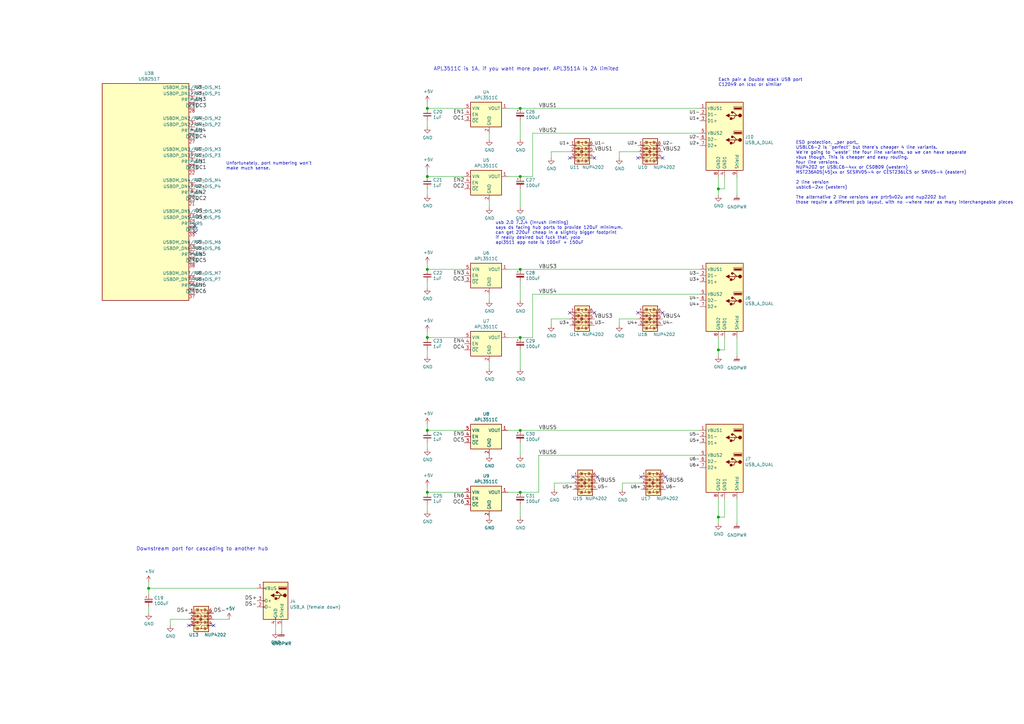
<source format=kicad_sch>
(kicad_sch (version 20210126) (generator eeschema)
  (paper "A3")
  (lib_symbols
    (symbol "Connector:USB_A"
      (property "Reference" "J" (at -5.08 11.43 0))
      (property "Value" "USB_A" (at -5.08 8.89 0))
      (symbol "USB_A_0_1"
        (circle (center -3.81 2.159) (radius 0.635) (stroke (width 0.254)) (fill (type outline)))
        (circle (center -0.635 3.429) (radius 0.381) (stroke (width 0.254)) (fill (type outline)))
        (rectangle (start -5.08 -7.62) (end 5.08 7.62) (stroke (width 0.254)) (fill (type background)))
        (rectangle (start -1.524 4.826) (end -4.318 5.334) (fill (type outline)))
        (rectangle (start -1.27 4.572) (end -4.572 5.842))
        (rectangle (start -0.127 -7.62) (end 0.127 -6.858))
        (rectangle (start 0.254 1.27) (end -0.508 0.508) (stroke (width 0.254)) (fill (type outline)))
        (rectangle (start 5.08 -2.667) (end 4.318 -2.413))
        (rectangle (start 5.08 -0.127) (end 4.318 0.127))
        (rectangle (start 5.08 4.953) (end 4.318 5.207))
        (polyline (pts (xy -3.175 2.159) (xy -2.54 2.159) (xy -1.27 3.429) (xy -0.635 3.429)) (stroke (width 0.254)))
        (polyline (pts (xy -2.54 2.159) (xy -1.905 2.159) (xy -1.27 0.889) (xy 0 0.889)) (stroke (width 0.254)))
        (polyline (pts (xy 0.635 2.794) (xy 0.635 1.524) (xy 1.905 2.159) (xy 0.635 2.794)) (stroke (width 0.254)) (fill (type outline)))
      )
      (symbol "USB_A_1_1"
        (polyline (pts (xy -1.905 2.159) (xy 0.635 2.159)) (stroke (width 0.254)))
        (pin power_in line (at 7.62 5.08 180) (length 2.54) (name "VBUS") (number "1"))
        (pin passive line (at 7.62 -2.54 180) (length 2.54) (name "D-") (number "2"))
        (pin passive line (at 7.62 0 180) (length 2.54) (name "D+") (number "3"))
        (pin power_in line (at 0 -10.16 90) (length 2.54) (name "GND") (number "4"))
        (pin passive line (at -2.54 -10.16 90) (length 2.54) (name "Shield") (number "5"))
      )
    )
    (symbol "Connector:USB_A_DUAL"
      (property "Reference" "J" (at -5.08 11.43 0))
      (property "Value" "USB_A_DUAL" (at -5.08 8.89 0))
      (symbol "USB_A_DUAL_0_1"
        (circle (center -3.81 -7.874) (radius 0.635) (stroke (width 0.254)) (fill (type outline)))
        (circle (center -3.81 2.159) (radius 0.635) (stroke (width 0.254)) (fill (type outline)))
        (circle (center -0.635 -6.604) (radius 0.381) (stroke (width 0.254)) (fill (type outline)))
        (circle (center -0.635 3.429) (radius 0.381) (stroke (width 0.254)) (fill (type outline)))
        (rectangle (start -5.08 7.62) (end 10.16 -20.32) (stroke (width 0.254)) (fill (type background)))
        (rectangle (start -1.524 -5.207) (end -4.318 -4.699) (fill (type outline)))
        (rectangle (start -1.524 4.826) (end -4.318 5.334) (fill (type outline)))
        (rectangle (start -1.27 -5.461) (end -4.572 -4.191))
        (rectangle (start -1.27 4.572) (end -4.572 5.842))
        (rectangle (start 0.254 -8.763) (end -0.508 -9.525) (stroke (width 0.254)) (fill (type outline)))
        (rectangle (start 0.254 1.27) (end -0.508 0.508) (stroke (width 0.254)) (fill (type outline)))
        (polyline (pts (xy -3.175 -7.874) (xy -2.54 -7.874) (xy -1.27 -6.604) (xy -0.635 -6.604)) (stroke (width 0.254)))
        (polyline (pts (xy -3.175 2.159) (xy -2.54 2.159) (xy -1.27 3.429) (xy -0.635 3.429)) (stroke (width 0.254)))
        (polyline (pts (xy -2.54 -7.874) (xy -1.905 -7.874) (xy -1.27 -9.144) (xy 0 -9.144)) (stroke (width 0.254)))
        (polyline (pts (xy -2.54 2.159) (xy -1.905 2.159) (xy -1.27 0.889) (xy 0 0.889)) (stroke (width 0.254)))
        (polyline (pts (xy 0.635 -7.239) (xy 0.635 -8.509) (xy 1.905 -7.874) (xy 0.635 -7.239)) (stroke (width 0.254)) (fill (type outline)))
        (polyline (pts (xy 0.635 2.794) (xy 0.635 1.524) (xy 1.905 2.159) (xy 0.635 2.794)) (stroke (width 0.254)) (fill (type outline)))
      )
      (symbol "USB_A_DUAL_1_1"
        (polyline (pts (xy -1.905 -7.874) (xy 0.635 -7.874)) (stroke (width 0.254)))
        (polyline (pts (xy -1.905 2.159) (xy 0.635 2.159)) (stroke (width 0.254)))
        (pin power_in line (at 12.7 5.08 180) (length 2.54) (name "VBUS1") (number "1"))
        (pin passive line (at 12.7 2.54 180) (length 2.54) (name "D1-") (number "2"))
        (pin passive line (at 12.7 0 180) (length 2.54) (name "D1+") (number "3"))
        (pin power_in line (at 2.54 -22.86 90) (length 2.54) (name "GND1") (number "4"))
        (pin power_in line (at 12.7 -5.08 180) (length 2.54) (name "VBUS2") (number "5"))
        (pin passive line (at 12.7 -7.62 180) (length 2.54) (name "D2-") (number "6"))
        (pin passive line (at 12.7 -10.16 180) (length 2.54) (name "D2+") (number "7"))
        (pin power_in line (at 5.08 -22.86 90) (length 2.54) (name "GND2") (number "8"))
        (pin passive line (at -2.54 -22.86 90) (length 2.54) (name "Shield") (number "9"))
      )
    )
    (symbol "Device:CP_Small" (pin_numbers hide) (pin_names (offset 0.254) hide)
      (property "Reference" "C" (at 0.254 1.778 0))
      (property "Value" "CP_Small" (at 0.254 -2.032 0))
      (symbol "CP_Small_0_1"
        (rectangle (start -1.524 -0.3048) (end 1.524 -0.6858) (fill (type outline)))
        (rectangle (start -1.524 0.6858) (end 1.524 0.3048))
        (polyline (pts (xy -1.27 1.524) (xy -0.762 1.524)))
        (polyline (pts (xy -1.016 1.27) (xy -1.016 1.778)))
      )
      (symbol "CP_Small_1_1"
        (pin passive line (at 0 2.54 270) (length 1.8542) (name "~") (number "1"))
        (pin passive line (at 0 -2.54 90) (length 1.8542) (name "~") (number "2"))
      )
    )
    (symbol "Device:C_Small" (pin_numbers hide) (pin_names (offset 0.254) hide)
      (property "Reference" "C" (at 0.254 1.778 0))
      (property "Value" "C_Small" (at 0.254 -2.032 0))
      (symbol "C_Small_0_1"
        (polyline (pts (xy -1.524 -0.508) (xy 1.524 -0.508)) (stroke (width 0.3302)))
        (polyline (pts (xy -1.524 0.508) (xy 1.524 0.508)) (stroke (width 0.3048)))
      )
      (symbol "C_Small_1_1"
        (pin passive line (at 0 2.54 270) (length 2.032) (name "~") (number "1"))
        (pin passive line (at 0 -2.54 90) (length 2.032) (name "~") (number "2"))
      )
    )
    (symbol "Interface_USB:USB2517" (pin_names (offset 0))
      (property "Reference" "U" (at -17.78 45.72 0))
      (property "Value" "USB2517" (at 17.78 45.72 0))
      (symbol "USB2517_1_1"
        (rectangle (start -20.32 35.56) (end 22.86 -38.1) (stroke (width 0.254)) (fill (type background)))
        (pin power_in line (at 5.08 38.1 270) (length 2.54) (name "VDDA33") (number "10"))
        (pin input line (at -22.86 -2.54 0) (length 2.54) (name "CFG_SEL2") (number "13"))
        (pin bidirectional line (at 25.4 7.62 180) (length 2.54) (name "~LED_B7") (number "14"))
        (pin bidirectional line (at 25.4 -17.78 180) (length 2.54) (name "~LED_A7~/PRT_SWP7") (number "15"))
        (pin bidirectional line (at 25.4 10.16 180) (length 2.54) (name "~LED_B6") (number "16"))
        (pin bidirectional line (at 25.4 -15.24 180) (length 2.54) (name "~LED_A6~/PRT_SWP6") (number "17"))
        (pin bidirectional line (at 25.4 12.7 180) (length 2.54) (name "~LED_B5") (number "18"))
        (pin input line (at 25.4 -33.02 180) (length 2.54) (name "TEST") (number "19"))
        (pin power_in line (at -5.08 38.1 270) (length 2.54) (name "VDD33CR") (number "24"))
        (pin power_in line (at 25.4 -25.4 180) (length 2.54) (name "VDD18") (number "25"))
        (pin bidirectional line (at 25.4 -12.7 180) (length 2.54) (name "~LED_A5~/PRT_SWP5") (number "31"))
        (pin bidirectional line (at 25.4 15.24 180) (length 2.54) (name "~LED_B4") (number "32"))
        (pin bidirectional line (at 25.4 -10.16 180) (length 2.54) (name "~LED_A4~/PRT_SWP4") (number "33"))
        (pin bidirectional line (at 25.4 17.78 180) (length 2.54) (name "~LED_B3~/GANG_EN") (number "34"))
        (pin bidirectional line (at -22.86 5.08 0) (length 2.54) (name "SDA/SMBDATA/NON_REM1") (number "40"))
        (pin bidirectional line (at -22.86 2.54 0) (length 2.54) (name "SCL/SMBCLK/CFG_SEL0") (number "41"))
        (pin bidirectional line (at -22.86 0 0) (length 2.54) (name "HS_IND/CFG_SEL1") (number "42"))
        (pin input line (at -22.86 -33.02 0) (length 2.54) (name "~RESET") (number "43"))
        (pin input line (at -22.86 22.86 0) (length 2.54) (name "VBUS_DET") (number "44"))
        (pin bidirectional line (at -22.86 7.62 0) (length 2.54) (name "SUSP_IND/LOCAL_PWR/NON_REM0") (number "45"))
        (pin power_in line (at 15.24 38.1 270) (length 2.54) (name "VDD33") (number "46"))
        (pin bidirectional line (at 25.4 -7.62 180) (length 2.54) (name "~LED_A3~/PRT_SWP3") (number "47"))
        (pin bidirectional line (at 25.4 20.32 180) (length 2.54) (name "~LED_B2~/BOOST1") (number "48"))
        (pin bidirectional line (at 25.4 -5.08 180) (length 2.54) (name "~LED_A2~/PRT_SWP2") (number "49"))
        (pin power_in line (at 2.54 38.1 270) (length 2.54) (name "VDDA33") (number "5"))
        (pin bidirectional line (at 25.4 22.86 180) (length 2.54) (name "~LED_B1~/BOOST0") (number "50"))
        (pin bidirectional line (at 25.4 -2.54 180) (length 2.54) (name "~LED_A1~/PRT_SWP1") (number "51"))
        (pin power_in line (at 7.62 38.1 270) (length 2.54) (name "VDDA33") (number "52"))
        (pin power_in line (at 10.16 38.1 270) (length 2.54) (name "VDDA33") (number "57"))
        (pin bidirectional line (at -22.86 17.78 0) (length 2.54) (name "USBDM_UP") (number "58"))
        (pin bidirectional line (at -22.86 15.24 0) (length 2.54) (name "USBDP_UP") (number "59"))
        (pin output line (at -22.86 -27.94 0) (length 2.54) (name "XTAL2") (number "60"))
        (pin input clock (at -22.86 -25.4 0) (length 2.54) (name "XTAL1/CLKIN") (number "61"))
        (pin power_in line (at 25.4 -22.86 180) (length 2.54) (name "VDD18PLL") (number "62"))
        (pin input line (at 25.4 -30.48 180) (length 2.54) (name "RBIAS") (number "63"))
        (pin power_in line (at -2.54 38.1 270) (length 2.54) (name "VDD33PLL") (number "64"))
        (pin power_in line (at 0 -40.64 90) (length 2.54) (name "VSS") (number "65"))
      )
      (symbol "USB2517_2_1"
        (rectangle (start 17.78 43.18) (end -17.78 -45.72) (stroke (width 0.254)) (fill (type background)))
        (pin bidirectional line (at 20.32 40.64 180) (length 2.54) (name "USBDM_DN1/PRT_DIS_M1") (number "1"))
        (pin bidirectional line (at 20.32 -10.16 180) (length 2.54) (name "USBDM_DN5/PRT_DIS_M5") (number "11"))
        (pin bidirectional line (at 20.32 -12.7 180) (length 2.54) (name "USBDP_DN5/PRT_DIS_P5") (number "12"))
        (pin bidirectional line (at 20.32 38.1 180) (length 2.54) (name "USBDP_DN1/PRT_DIS_P1") (number "2"))
        (pin bidirectional line (at 20.32 -2.54 180) (length 2.54) (name "PRTPWR4") (number "20"))
        (pin input line (at 20.32 -5.08 180) (length 2.54) (name "~OCS4") (number "21"))
        (pin input line (at 20.32 7.62 180) (length 2.54) (name "~OCS3") (number "22"))
        (pin bidirectional line (at 20.32 10.16 180) (length 2.54) (name "PRTPWR3") (number "23"))
        (pin bidirectional line (at 20.32 22.86 180) (length 2.54) (name "PRTPWR2") (number "26"))
        (pin input line (at 20.32 20.32 180) (length 2.54) (name "~OCS2") (number "27"))
        (pin input line (at 20.32 33.02 180) (length 2.54) (name "~OCS1") (number "28"))
        (pin bidirectional line (at 20.32 35.56 180) (length 2.54) (name "PRTPWR1") (number "29"))
        (pin bidirectional line (at 20.32 27.94 180) (length 2.54) (name "USBDM_DN2/PRT_DIS_M2") (number "3"))
        (pin bidirectional line (at 20.32 -15.24 180) (length 2.54) (name "PRTPWR5") (number "30"))
        (pin input line (at 20.32 -17.78 180) (length 2.54) (name "~OCS5") (number "35"))
        (pin bidirectional line (at 20.32 -40.64 180) (length 2.54) (name "PRTPWR7") (number "36"))
        (pin input line (at 20.32 -43.18 180) (length 2.54) (name "~OCS7") (number "37"))
        (pin input line (at 20.32 -30.48 180) (length 2.54) (name "~OCS6") (number "38"))
        (pin bidirectional line (at 20.32 -27.94 180) (length 2.54) (name "PRTPWR6") (number "39"))
        (pin bidirectional line (at 20.32 25.4 180) (length 2.54) (name "USBDP_DN2/PRT_DIS_P2") (number "4"))
        (pin bidirectional line (at 20.32 -22.86 180) (length 2.54) (name "USBDM_DN6/PRT_DIS_M6") (number "53"))
        (pin bidirectional line (at 20.32 -25.4 180) (length 2.54) (name "USBDP_DN6/PRT_DIS_P6") (number "54"))
        (pin bidirectional line (at 20.32 -35.56 180) (length 2.54) (name "USBDM_DN7/PRT_DIS_M7") (number "55"))
        (pin bidirectional line (at 20.32 -38.1 180) (length 2.54) (name "USBDP_DN7/PRT_DIS_P7") (number "56"))
        (pin bidirectional line (at 20.32 15.24 180) (length 2.54) (name "USBDM_DN3/PRT_DIS_M3") (number "6"))
        (pin bidirectional line (at 20.32 12.7 180) (length 2.54) (name "USBDP_DN3/PRT_DIS_P3") (number "7"))
        (pin bidirectional line (at 20.32 2.54 180) (length 2.54) (name "USBDM_DN4/PRT_DIS_M4") (number "8"))
        (pin bidirectional line (at 20.32 0 180) (length 2.54) (name "USBDP_DN4/PRT_DIS_P4") (number "9"))
      )
    )
    (symbol "Power_Management:APL3511C"
      (property "Reference" "U" (at 7.62 6.35 0))
      (property "Value" "APL3511C" (at 0 6.35 0))
      (symbol "APL3511C_0_1"
        (rectangle (start -5.08 5.08) (end 7.62 -5.08) (stroke (width 0.254)) (fill (type background)))
      )
      (symbol "APL3511C_1_1"
        (pin power_out line (at 10.16 2.54 180) (length 2.54) (name "VOUT") (number "1"))
        (pin power_out line (at 2.54 -7.62 90) (length 2.54) (name "GND") (number "2"))
        (pin output line (at -7.62 -2.54 0) (length 2.54) (name "~OC") (number "3"))
        (pin input line (at -7.62 0 0) (length 2.54) (name "EN") (number "4"))
        (pin power_in line (at -7.62 2.54 0) (length 2.54) (name "VIN") (number "5"))
      )
    )
    (symbol "Power_Protection:NUP4202"
      (property "Reference" "U" (at -6.985 -2.54 0))
      (property "Value" "NUP4202" (at 6.35 1.27 90))
      (symbol "NUP4202_0_1"
        (circle (center -3.81 0) (radius 0.127))
        (circle (center -3.81 0) (radius 0.127))
        (circle (center -1.27 -2.54) (radius 0.127))
        (circle (center -1.27 -2.54) (radius 0.127))
        (circle (center -1.27 0) (radius 0.127))
        (circle (center -1.27 0) (radius 0.127))
        (circle (center -1.27 2.54) (radius 0.127))
        (circle (center -1.27 2.54) (radius 0.127))
        (circle (center 0 -2.54) (radius 0.127))
        (circle (center 0 -2.54) (radius 0.127))
        (circle (center 0 2.54) (radius 0.127))
        (circle (center 0 2.54) (radius 0.127))
        (circle (center 1.27 -2.54) (radius 0.127))
        (circle (center 1.27 -2.54) (radius 0.127))
        (circle (center 1.27 0) (radius 0.127))
        (circle (center 1.27 0) (radius 0.127))
        (circle (center 1.27 2.54) (radius 0.127))
        (circle (center 1.27 2.54) (radius 0.127))
        (circle (center 3.81 0) (radius 0.127))
        (circle (center 3.81 0) (radius 0.127))
        (rectangle (start -5.334 3.048) (end 5.08 -3.048) (stroke (width 0.254)) (fill (type background)))
        (polyline (pts (xy -4.445 -1.27) (xy -3.175 -1.27)))
        (polyline (pts (xy -4.445 -1.27) (xy -3.175 -1.27)))
        (polyline (pts (xy -4.445 1.905) (xy -3.175 1.905)))
        (polyline (pts (xy -3.81 -2.54) (xy -3.81 -0.635)))
        (polyline (pts (xy -3.81 -2.54) (xy 3.81 -2.54)))
        (polyline (pts (xy -3.81 -0.635) (xy -3.81 0.635)))
        (polyline (pts (xy -3.81 0.635) (xy -3.81 2.54)))
        (polyline (pts (xy -3.81 2.54) (xy 3.81 2.54)))
        (polyline (pts (xy -3.81 2.54) (xy 3.81 2.54)))
        (polyline (pts (xy -1.905 -1.27) (xy -0.635 -1.27)))
        (polyline (pts (xy -1.905 -1.27) (xy -0.635 -1.27)))
        (polyline (pts (xy -1.905 1.905) (xy -0.635 1.905)))
        (polyline (pts (xy -1.27 -2.54) (xy -1.27 -0.635)))
        (polyline (pts (xy -1.27 -2.54) (xy -1.27 -0.635)))
        (polyline (pts (xy -1.27 0.635) (xy -1.27 -0.635)))
        (polyline (pts (xy -1.27 0.635) (xy -1.27 2.54)))
        (polyline (pts (xy 0 -0.889) (xy 0 -3.81)))
        (polyline (pts (xy 0 -0.889) (xy 0 1.016)))
        (polyline (pts (xy 0 -0.889) (xy 0 1.016)))
        (polyline (pts (xy 0 1.016) (xy 0 3.81)))
        (polyline (pts (xy 0.635 -1.27) (xy 1.905 -1.27)))
        (polyline (pts (xy 0.635 -1.27) (xy 1.905 -1.27)))
        (polyline (pts (xy 0.635 1.905) (xy 1.905 1.905)))
        (polyline (pts (xy 1.27 -2.54) (xy 1.27 -0.635)))
        (polyline (pts (xy 1.27 -2.54) (xy 1.27 -0.635)))
        (polyline (pts (xy 1.27 0.635) (xy 1.27 -0.635)))
        (polyline (pts (xy 1.27 0.635) (xy 1.27 2.54)))
        (polyline (pts (xy 3.175 -1.27) (xy 4.445 -1.27)))
        (polyline (pts (xy 3.175 -1.27) (xy 4.445 -1.27)))
        (polyline (pts (xy 3.175 1.905) (xy 4.445 1.905)))
        (polyline (pts (xy 3.81 -2.54) (xy 3.81 -0.635)))
        (polyline (pts (xy 3.81 0.635) (xy 3.81 -0.635)))
        (polyline (pts (xy 3.81 0.635) (xy 3.81 2.54)))
        (polyline (pts (xy 0.762 0.254) (xy -0.762 0.254) (xy -0.762 0)))
        (polyline (pts (xy -4.445 -1.905) (xy -3.175 -1.905) (xy -3.81 -1.27) (xy -4.445 -1.905)))
        (polyline (pts (xy -4.445 1.27) (xy -3.175 1.27) (xy -3.81 1.905) (xy -4.445 1.27)))
        (polyline (pts (xy -2.54 -3.81) (xy -2.54 -0.762) (xy -1.905 0) (xy -1.27 0)))
        (polyline (pts (xy -2.54 3.81) (xy -2.54 0.635) (xy -3.048 0) (xy -3.937 0)))
        (polyline (pts (xy -1.905 -1.905) (xy -0.635 -1.905) (xy -1.27 -1.27) (xy -1.905 -1.905)))
        (polyline (pts (xy -1.905 1.27) (xy -0.635 1.27) (xy -1.27 1.905) (xy -1.905 1.27)))
        (polyline (pts (xy -0.762 -0.508) (xy 0.762 -0.508) (xy 0 0.254) (xy -0.762 -0.508)))
        (polyline (pts (xy -0.762 -0.508) (xy 0.762 -0.508) (xy 0 0.254) (xy -0.762 -0.508)))
        (polyline (pts (xy 0.635 -1.905) (xy 1.905 -1.905) (xy 1.27 -1.27) (xy 0.635 -1.905)))
        (polyline (pts (xy 0.635 1.27) (xy 1.905 1.27) (xy 1.27 1.905) (xy 0.635 1.27)))
        (polyline (pts (xy 2.54 -3.81) (xy 2.54 -0.762) (xy 1.905 0) (xy 1.143 0)))
        (polyline (pts (xy 2.54 3.81) (xy 2.54 0.508) (xy 2.921 0) (xy 3.81 0)))
        (polyline (pts (xy 3.175 -1.905) (xy 4.445 -1.905) (xy 3.81 -1.27) (xy 3.175 -1.905)))
        (polyline (pts (xy 3.175 1.27) (xy 4.445 1.27) (xy 3.81 1.905) (xy 3.175 1.27)))
      )
      (symbol "NUP4202_1_1"
        (pin passive line (at -2.54 -5.08 90) (length 2.54) (name "~") (number "1"))
        (pin passive line (at 0 -5.08 90) (length 2.54) (name "~") (number "2"))
        (pin passive line (at 2.54 -5.08 90) (length 2.54) (name "~") (number "3"))
        (pin passive line (at 2.54 5.08 270) (length 2.54) (name "~") (number "4"))
        (pin passive line (at 0 5.08 270) (length 2.54) (name "~") (number "5"))
        (pin passive line (at -2.54 5.08 270) (length 2.54) (name "~") (number "6"))
      )
    )
    (symbol "power:+5V" (power) (pin_names (offset 0))
      (property "Value" "+5V" (at 0 3.556 0))
      (symbol "+5V_0_1"
        (polyline (pts (xy -0.762 1.27) (xy 0 2.54)))
        (polyline (pts (xy 0 0) (xy 0 2.54)))
        (polyline (pts (xy 0 2.54) (xy 0.762 1.27)))
      )
      (symbol "+5V_1_1"
        (pin power_in line (at 0 0 90) (length 0) hide (name "+5V") (number "1"))
      )
    )
    (symbol "power:GND" (power) (pin_names (offset 0))
      (property "Value" "GND" (at 0 -3.81 0))
      (symbol "GND_0_1"
        (polyline (pts (xy 0 0) (xy 0 -1.27) (xy 1.27 -1.27) (xy 0 -2.54) (xy -1.27 -1.27) (xy 0 -1.27)))
      )
      (symbol "GND_1_1"
        (pin power_in line (at 0 0 270) (length 0) hide (name "GND") (number "1"))
      )
    )
    (symbol "power:GNDPWR" (power) (pin_names (offset 0))
      (property "Value" "GNDPWR" (at 0 -3.302 0))
      (symbol "GNDPWR_0_1"
        (polyline (pts (xy 0 -1.27) (xy 0 0)))
        (polyline (pts (xy -1.016 -1.27) (xy -1.27 -2.032) (xy -1.27 -2.032)) (stroke (width 0.2032)))
        (polyline (pts (xy -0.508 -1.27) (xy -0.762 -2.032) (xy -0.762 -2.032)) (stroke (width 0.2032)))
        (polyline (pts (xy 0 -1.27) (xy -0.254 -2.032) (xy -0.254 -2.032)) (stroke (width 0.2032)))
        (polyline (pts (xy 0.508 -1.27) (xy 0.254 -2.032) (xy 0.254 -2.032)) (stroke (width 0.2032)))
        (polyline (pts (xy 1.016 -1.27) (xy -1.016 -1.27) (xy -1.016 -1.27)) (stroke (width 0.2032)))
        (polyline (pts (xy 1.016 -1.27) (xy 0.762 -2.032) (xy 0.762 -2.032) (xy 0.762 -2.032)) (stroke (width 0.2032)))
      )
      (symbol "GNDPWR_1_1"
        (pin power_in line (at 0 0 270) (length 0) hide (name "GNDPWR") (number "1"))
      )
    )
  )
  (junction (at 60.96 241.3) (diameter 1.016))
  (junction (at 175.26 44.45) (diameter 1.016))
  (junction (at 175.26 72.39) (diameter 1.016))
  (junction (at 175.26 110.49) (diameter 1.016))
  (junction (at 175.26 138.43) (diameter 1.016))
  (junction (at 175.26 176.53) (diameter 1.016))
  (junction (at 175.26 201.93) (diameter 1.016))
  (junction (at 213.36 44.45) (diameter 1.016))
  (junction (at 213.36 72.39) (diameter 1.016))
  (junction (at 213.36 110.49) (diameter 1.016))
  (junction (at 213.36 138.43) (diameter 1.016))
  (junction (at 213.36 176.53) (diameter 1.016))
  (junction (at 213.36 201.93) (diameter 1.016))
  (junction (at 294.64 77.47) (diameter 1.016))
  (junction (at 294.64 143.51) (diameter 1.016))
  (junction (at 294.64 212.09) (diameter 1.016))
  (no_connect (at 77.47 256.54))
  (no_connect (at 80.01 92.71))
  (no_connect (at 80.01 95.25))
  (no_connect (at 87.63 256.54))
  (no_connect (at 233.68 64.77))
  (no_connect (at 233.68 128.27))
  (no_connect (at 234.95 195.58))
  (no_connect (at 243.84 64.77))
  (no_connect (at 243.84 128.27))
  (no_connect (at 245.11 195.58))
  (no_connect (at 261.62 64.77))
  (no_connect (at 261.62 128.27))
  (no_connect (at 262.89 195.58))
  (no_connect (at 271.78 64.77))
  (no_connect (at 271.78 128.27))
  (no_connect (at 273.05 195.58))
  (wire (pts (xy 60.96 238.76) (xy 60.96 241.3)))
  (wire (pts (xy 60.96 241.3) (xy 60.96 243.84)))
  (wire (pts (xy 60.96 241.3) (xy 105.41 241.3)))
  (wire (pts (xy 60.96 248.92) (xy 60.96 251.46)))
  (wire (pts (xy 69.85 254) (xy 69.85 256.54)))
  (wire (pts (xy 77.47 254) (xy 69.85 254)))
  (wire (pts (xy 87.63 254) (xy 93.98 254)))
  (wire (pts (xy 113.03 256.54) (xy 113.03 259.08)))
  (wire (pts (xy 115.57 256.54) (xy 115.57 259.08)))
  (wire (pts (xy 175.26 41.91) (xy 175.26 44.45)))
  (wire (pts (xy 175.26 44.45) (xy 190.5 44.45)))
  (wire (pts (xy 175.26 49.53) (xy 175.26 52.07)))
  (wire (pts (xy 175.26 72.39) (xy 175.26 69.85)))
  (wire (pts (xy 175.26 77.47) (xy 175.26 80.01)))
  (wire (pts (xy 175.26 107.95) (xy 175.26 110.49)))
  (wire (pts (xy 175.26 110.49) (xy 190.5 110.49)))
  (wire (pts (xy 175.26 115.57) (xy 175.26 118.11)))
  (wire (pts (xy 175.26 135.89) (xy 175.26 138.43)))
  (wire (pts (xy 175.26 138.43) (xy 190.5 138.43)))
  (wire (pts (xy 175.26 143.51) (xy 175.26 146.05)))
  (wire (pts (xy 175.26 173.99) (xy 175.26 176.53)))
  (wire (pts (xy 175.26 176.53) (xy 190.5 176.53)))
  (wire (pts (xy 175.26 181.61) (xy 175.26 184.15)))
  (wire (pts (xy 175.26 199.39) (xy 175.26 201.93)))
  (wire (pts (xy 175.26 201.93) (xy 190.5 201.93)))
  (wire (pts (xy 175.26 207.01) (xy 175.26 209.55)))
  (wire (pts (xy 190.5 72.39) (xy 175.26 72.39)))
  (wire (pts (xy 200.66 54.61) (xy 200.66 57.15)))
  (wire (pts (xy 200.66 85.09) (xy 200.66 82.55)))
  (wire (pts (xy 200.66 120.65) (xy 200.66 123.19)))
  (wire (pts (xy 200.66 151.13) (xy 200.66 148.59)))
  (wire (pts (xy 208.28 44.45) (xy 213.36 44.45)))
  (wire (pts (xy 208.28 72.39) (xy 213.36 72.39)))
  (wire (pts (xy 208.28 110.49) (xy 213.36 110.49)))
  (wire (pts (xy 208.28 138.43) (xy 213.36 138.43)))
  (wire (pts (xy 208.28 176.53) (xy 213.36 176.53)))
  (wire (pts (xy 213.36 44.45) (xy 287.02 44.45)))
  (wire (pts (xy 213.36 49.53) (xy 213.36 57.15)))
  (wire (pts (xy 213.36 72.39) (xy 218.44 72.39)))
  (wire (pts (xy 213.36 77.47) (xy 213.36 85.09)))
  (wire (pts (xy 213.36 110.49) (xy 287.02 110.49)))
  (wire (pts (xy 213.36 115.57) (xy 213.36 123.19)))
  (wire (pts (xy 213.36 138.43) (xy 218.44 138.43)))
  (wire (pts (xy 213.36 143.51) (xy 213.36 151.13)))
  (wire (pts (xy 213.36 176.53) (xy 287.02 176.53)))
  (wire (pts (xy 213.36 181.61) (xy 213.36 186.69)))
  (wire (pts (xy 213.36 201.93) (xy 208.28 201.93)))
  (wire (pts (xy 213.36 207.01) (xy 213.36 212.09)))
  (wire (pts (xy 218.44 54.61) (xy 218.44 72.39)))
  (wire (pts (xy 218.44 54.61) (xy 287.02 54.61)))
  (wire (pts (xy 218.44 120.65) (xy 218.44 138.43)))
  (wire (pts (xy 220.98 186.69) (xy 220.98 201.93)))
  (wire (pts (xy 220.98 201.93) (xy 213.36 201.93)))
  (wire (pts (xy 226.06 62.23) (xy 226.06 64.77)))
  (wire (pts (xy 226.06 130.81) (xy 226.06 133.35)))
  (wire (pts (xy 227.33 198.12) (xy 227.33 200.66)))
  (wire (pts (xy 233.68 62.23) (xy 226.06 62.23)))
  (wire (pts (xy 233.68 130.81) (xy 226.06 130.81)))
  (wire (pts (xy 234.95 198.12) (xy 227.33 198.12)))
  (wire (pts (xy 254 62.23) (xy 254 64.77)))
  (wire (pts (xy 254 130.81) (xy 254 133.35)))
  (wire (pts (xy 255.27 198.12) (xy 255.27 200.66)))
  (wire (pts (xy 261.62 62.23) (xy 254 62.23)))
  (wire (pts (xy 261.62 130.81) (xy 254 130.81)))
  (wire (pts (xy 262.89 198.12) (xy 255.27 198.12)))
  (wire (pts (xy 287.02 120.65) (xy 218.44 120.65)))
  (wire (pts (xy 287.02 186.69) (xy 220.98 186.69)))
  (wire (pts (xy 294.64 77.47) (xy 294.64 72.39)))
  (wire (pts (xy 294.64 80.01) (xy 294.64 77.47)))
  (wire (pts (xy 294.64 143.51) (xy 294.64 138.43)))
  (wire (pts (xy 294.64 146.05) (xy 294.64 143.51)))
  (wire (pts (xy 294.64 212.09) (xy 294.64 204.47)))
  (wire (pts (xy 294.64 214.63) (xy 294.64 212.09)))
  (wire (pts (xy 297.18 72.39) (xy 297.18 77.47)))
  (wire (pts (xy 297.18 77.47) (xy 294.64 77.47)))
  (wire (pts (xy 297.18 138.43) (xy 297.18 143.51)))
  (wire (pts (xy 297.18 143.51) (xy 294.64 143.51)))
  (wire (pts (xy 297.18 204.47) (xy 297.18 212.09)))
  (wire (pts (xy 297.18 212.09) (xy 294.64 212.09)))
  (wire (pts (xy 302.26 72.39) (xy 302.26 80.01)))
  (wire (pts (xy 302.26 138.43) (xy 302.26 146.05)))
  (wire (pts (xy 302.26 204.47) (xy 302.26 214.63)))
  (text "Downstream port for cascading to another hub" (at 55.88 226.06 0) (effects (font (size 1.4986 1.4986)) (justify left bottom)))
  (text "Unfortunately, port numbering won't\nmake much sense." (at 92.71 69.85 0) (effects (font (size 1.27 1.27)) (justify left bottom)))
  (text "APL3511C is 1A, if you want more power, APL3511A is 2A limited" (at 177.8 29.21 0) (effects (font (size 1.4986 1.4986)) (justify left bottom)))
  (text "usb 2.0 7.2.4 (inrush limiting)\nsays ds facing hub ports to provide 120uF minimum.\ncan get 220uF cheap in a slightly bigger footprint\nif really desired but fuck that, yolo\napl3511 app note is 100nF + 150uF " (at 203.2 100.33 0) (effects (font (size 1.27 1.27)) (justify left bottom)))
  (text "Each pair a Double stack USB port\nC12049 on lcsc or similar" (at 294.64 35.56 0) (effects (font (size 1.27 1.27)) (justify left bottom)))
  (text "ESD protection, _per port_\nUSBLC6-2 is \"perfect\" but there's cheaper 4 line variants.\nWe're going to \"waste\" the four line variants, so we can have separate\nvbus though, This is cheaper and easy routing.\nfour line versions. \nNUP4202 or USBLC6-4xx or CS0809 (western)\nMST236A05[45]xx or SESRV05-4 or CEST236LC5 or SRV05-4 (eastern)\n\n2 line version\nusblc6-2xx (western)\n\nThe alternative 2 line versions are prtr5v02u and nup2202 but \nthose require a different pcb layout, with no -where near as many interchangeable pieces" (at 326.39 83.82 0) (effects (font (size 1.27 1.27)) (justify left bottom)))
  (label "DS+" (at 77.47 251.46 180) (effects (font (size 1.4986 1.4986))))
  (label "U3-" (at 80.01 36.83 0))
  (label "U3+" (at 80.01 39.37 0))
  (label "EN3" (at 80.01 41.91 0) (effects (font (size 1.4986 1.4986))))
  (label "OC3" (at 80.01 44.45 0) (effects (font (size 1.4986 1.4986))))
  (label "U4-" (at 80.01 49.53 0))
  (label "U4+" (at 80.01 52.07 0))
  (label "EN4" (at 80.01 54.61 0) (effects (font (size 1.4986 1.4986))))
  (label "OC4" (at 80.01 57.15 0) (effects (font (size 1.4986 1.4986))))
  (label "U1-" (at 80.01 62.23 0))
  (label "U1+" (at 80.01 64.77 0))
  (label "EN1" (at 80.01 67.31 0) (effects (font (size 1.4986 1.4986))))
  (label "OC1" (at 80.01 69.85 0) (effects (font (size 1.4986 1.4986))))
  (label "U2-" (at 80.01 74.93 0))
  (label "U2+" (at 80.01 77.47 0))
  (label "EN2" (at 80.01 80.01 0) (effects (font (size 1.4986 1.4986))))
  (label "OC2" (at 80.01 82.55 0) (effects (font (size 1.4986 1.4986))))
  (label "DS-" (at 80.01 87.63 0) (effects (font (size 1.4986 1.4986))))
  (label "DS+" (at 80.01 90.17 0) (effects (font (size 1.4986 1.4986))))
  (label "U5-" (at 80.01 100.33 0))
  (label "U5+" (at 80.01 102.87 0))
  (label "EN5" (at 80.01 105.41 0) (effects (font (size 1.4986 1.4986))))
  (label "OC5" (at 80.01 107.95 0) (effects (font (size 1.4986 1.4986))))
  (label "U6-" (at 80.01 113.03 0))
  (label "U6+" (at 80.01 115.57 0))
  (label "EN6" (at 80.01 118.11 0) (effects (font (size 1.4986 1.4986))))
  (label "OC6" (at 80.01 120.65 0) (effects (font (size 1.4986 1.4986))))
  (label "DS-" (at 87.63 251.46 0) (effects (font (size 1.4986 1.4986))))
  (label "DS+" (at 105.41 246.38 180) (effects (font (size 1.4986 1.4986))))
  (label "DS-" (at 105.41 248.92 180) (effects (font (size 1.4986 1.4986))))
  (label "EN1" (at 190.5 46.99 180) (effects (font (size 1.4986 1.4986))))
  (label "OC1" (at 190.5 49.53 180) (effects (font (size 1.4986 1.4986))))
  (label "EN2" (at 190.5 74.93 180) (effects (font (size 1.4986 1.4986))))
  (label "OC2" (at 190.5 77.47 180) (effects (font (size 1.4986 1.4986))))
  (label "EN3" (at 190.5 113.03 180) (effects (font (size 1.4986 1.4986))))
  (label "OC3" (at 190.5 115.57 180) (effects (font (size 1.4986 1.4986))))
  (label "EN4" (at 190.5 140.97 180) (effects (font (size 1.4986 1.4986))))
  (label "OC4" (at 190.5 143.51 180) (effects (font (size 1.4986 1.4986))))
  (label "EN5" (at 190.5 179.07 180) (effects (font (size 1.4986 1.4986))))
  (label "OC5" (at 190.5 181.61 180) (effects (font (size 1.4986 1.4986))))
  (label "EN6" (at 190.5 204.47 180) (effects (font (size 1.4986 1.4986))))
  (label "OC6" (at 190.5 207.01 180) (effects (font (size 1.4986 1.4986))))
  (label "VBUS1" (at 220.98 44.45 0) (effects (font (size 1.4986 1.4986))))
  (label "VBUS2" (at 220.98 54.61 0) (effects (font (size 1.4986 1.4986))))
  (label "VBUS3" (at 220.98 110.49 0) (effects (font (size 1.4986 1.4986))))
  (label "VBUS4" (at 220.98 120.65 0) (effects (font (size 1.4986 1.4986))))
  (label "VBUS5" (at 220.98 176.53 0) (effects (font (size 1.4986 1.4986))))
  (label "VBUS6" (at 220.98 186.69 0) (effects (font (size 1.4986 1.4986))))
  (label "U1+" (at 233.68 59.69 180))
  (label "U3+" (at 233.68 133.35 180))
  (label "U5+" (at 234.95 200.66 180))
  (label "U1-" (at 243.84 59.69 0))
  (label "VBUS1" (at 243.84 62.23 0) (effects (font (size 1.4986 1.4986))))
  (label "VBUS3" (at 243.84 130.81 0) (effects (font (size 1.4986 1.4986))))
  (label "U3-" (at 243.84 133.35 0))
  (label "VBUS5" (at 245.11 198.12 0) (effects (font (size 1.4986 1.4986))))
  (label "U5-" (at 245.11 200.66 0))
  (label "U2+" (at 261.62 59.69 180))
  (label "U4+" (at 261.62 133.35 180))
  (label "U6+" (at 262.89 200.66 180))
  (label "U2-" (at 271.78 59.69 0))
  (label "VBUS2" (at 271.78 62.23 0) (effects (font (size 1.4986 1.4986))))
  (label "VBUS4" (at 271.78 130.81 0) (effects (font (size 1.4986 1.4986))))
  (label "U4-" (at 271.78 133.35 0))
  (label "VBUS6" (at 273.05 198.12 0) (effects (font (size 1.4986 1.4986))))
  (label "U6-" (at 273.05 200.66 0))
  (label "U1-" (at 287.02 46.99 180))
  (label "U1+" (at 287.02 49.53 180))
  (label "U2-" (at 287.02 57.15 180))
  (label "U2+" (at 287.02 59.69 180))
  (label "U3-" (at 287.02 113.03 180))
  (label "U3+" (at 287.02 115.57 180))
  (label "U4-" (at 287.02 123.19 180))
  (label "U4+" (at 287.02 125.73 180))
  (label "U5-" (at 287.02 179.07 180))
  (label "U5+" (at 287.02 181.61 180))
  (label "U6-" (at 287.02 189.23 180))
  (label "U6+" (at 287.02 191.77 180))
  (symbol (lib_id "power:+5V") (at 60.96 238.76 0) (unit 1)
    (property "Reference" "#PWR037" (effects hide))
    (property "Value" "+5V" (at 61.341 234.3658 0))
  )
  (symbol (lib_id "power:+5V") (at 93.98 254 0) (unit 1)
    (property "Reference" "#PWR060" (effects hide))
    (property "Value" "+5V" (at 94.361 249.6058 0))
  )
  (symbol (lib_id "power:+5V") (at 175.26 41.91 0) (unit 1)
    (property "Reference" "#PWR039" (effects hide))
    (property "Value" "+5V" (at 175.641 37.5158 0))
  )
  (symbol (lib_id "power:+5V") (at 175.26 69.85 0) (unit 1)
    (property "Reference" "#PWR0108" (effects hide))
    (property "Value" "+5V" (at 175.641 65.4558 0))
  )
  (symbol (lib_id "power:+5V") (at 175.26 107.95 0) (unit 1)
    (property "Reference" "#PWR043" (effects hide))
    (property "Value" "+5V" (at 175.641 103.5558 0))
  )
  (symbol (lib_id "power:+5V") (at 175.26 135.89 0) (unit 1)
    (property "Reference" "#PWR045" (effects hide))
    (property "Value" "+5V" (at 175.641 131.4958 0))
  )
  (symbol (lib_id "power:+5V") (at 175.26 173.99 0) (unit 1)
    (property "Reference" "#PWR047" (effects hide))
    (property "Value" "+5V" (at 175.641 169.5958 0))
  )
  (symbol (lib_id "power:+5V") (at 175.26 199.39 0) (unit 1)
    (property "Reference" "#PWR049" (effects hide))
    (property "Value" "+5V" (at 175.641 194.9958 0))
  )
  (symbol (lib_id "power:GNDPWR") (at 115.57 259.08 0) (unit 1)
    (property "Reference" "#PWR0110" (effects hide))
    (property "Value" "GNDPWR" (at 115.57 263.9568 0))
  )
  (symbol (lib_id "power:GNDPWR") (at 302.26 80.01 0) (unit 1)
    (property "Reference" "#PWR056" (effects hide))
    (property "Value" "GNDPWR" (at 302.26 84.8868 0))
  )
  (symbol (lib_id "power:GNDPWR") (at 302.26 146.05 0) (unit 1)
    (property "Reference" "#PWR057" (effects hide))
    (property "Value" "GNDPWR" (at 302.26 150.9268 0))
  )
  (symbol (lib_id "power:GNDPWR") (at 302.26 214.63 0) (unit 1)
    (property "Reference" "#PWR058" (effects hide))
    (property "Value" "GNDPWR" (at 302.26 219.5068 0))
  )
  (symbol (lib_id "power:GND") (at 60.96 251.46 0) (unit 1)
    (property "Reference" "#PWR038" (effects hide))
    (property "Value" "GND" (at 61.087 255.8542 0))
  )
  (symbol (lib_id "power:GND") (at 69.85 256.54 0) (unit 1)
    (property "Reference" "#PWR059" (effects hide))
    (property "Value" "GND" (at 69.977 260.9342 0))
  )
  (symbol (lib_id "power:GND") (at 113.03 259.08 0) (unit 1)
    (property "Reference" "#PWR012" (effects hide))
    (property "Value" "GND" (at 113.157 263.4742 0))
  )
  (symbol (lib_id "power:GND") (at 175.26 52.07 0) (unit 1)
    (property "Reference" "#PWR040" (effects hide))
    (property "Value" "GND" (at 175.387 56.4642 0))
  )
  (symbol (lib_id "power:GND") (at 175.26 80.01 0) (unit 1)
    (property "Reference" "#PWR042" (effects hide))
    (property "Value" "GND" (at 175.387 84.4042 0))
  )
  (symbol (lib_id "power:GND") (at 175.26 118.11 0) (unit 1)
    (property "Reference" "#PWR044" (effects hide))
    (property "Value" "GND" (at 175.387 122.5042 0))
  )
  (symbol (lib_id "power:GND") (at 175.26 146.05 0) (unit 1)
    (property "Reference" "#PWR046" (effects hide))
    (property "Value" "GND" (at 175.387 150.4442 0))
  )
  (symbol (lib_id "power:GND") (at 175.26 184.15 0) (unit 1)
    (property "Reference" "#PWR048" (effects hide))
    (property "Value" "GND" (at 175.387 188.5442 0))
  )
  (symbol (lib_id "power:GND") (at 175.26 209.55 0) (unit 1)
    (property "Reference" "#PWR050" (effects hide))
    (property "Value" "GND" (at 175.387 213.9442 0))
  )
  (symbol (lib_id "power:GND") (at 200.66 57.15 0) (unit 1)
    (property "Reference" "#PWR051" (effects hide))
    (property "Value" "GND" (at 200.787 61.5442 0))
  )
  (symbol (lib_id "power:GND") (at 200.66 85.09 0) (unit 1)
    (property "Reference" "#PWR052" (effects hide))
    (property "Value" "GND" (at 200.787 89.4842 0))
  )
  (symbol (lib_id "power:GND") (at 200.66 123.19 0) (unit 1)
    (property "Reference" "#PWR023" (effects hide))
    (property "Value" "GND" (at 200.787 127.5842 0))
  )
  (symbol (lib_id "power:GND") (at 200.66 151.13 0) (unit 1)
    (property "Reference" "#PWR024" (effects hide))
    (property "Value" "GND" (at 200.787 155.5242 0))
  )
  (symbol (lib_id "power:GND") (at 200.66 186.69 0) (unit 1)
    (property "Reference" "#PWR026" (effects hide))
    (property "Value" "GND" (at 200.787 191.0842 0))
  )
  (symbol (lib_id "power:GND") (at 200.66 212.09 0) (unit 1)
    (property "Reference" "#PWR025" (effects hide))
    (property "Value" "GND" (at 200.787 216.4842 0))
  )
  (symbol (lib_id "power:GND") (at 213.36 57.15 0) (unit 1)
    (property "Reference" "#PWR0102" (effects hide))
    (property "Value" "GND" (at 213.487 61.5442 0))
  )
  (symbol (lib_id "power:GND") (at 213.36 85.09 0) (unit 1)
    (property "Reference" "#PWR0103" (effects hide))
    (property "Value" "GND" (at 213.487 89.4842 0))
  )
  (symbol (lib_id "power:GND") (at 213.36 123.19 0) (unit 1)
    (property "Reference" "#PWR0104" (effects hide))
    (property "Value" "GND" (at 213.487 127.5842 0))
  )
  (symbol (lib_id "power:GND") (at 213.36 151.13 0) (unit 1)
    (property "Reference" "#PWR0105" (effects hide))
    (property "Value" "GND" (at 213.487 155.5242 0))
  )
  (symbol (lib_id "power:GND") (at 213.36 186.69 0) (unit 1)
    (property "Reference" "#PWR0106" (effects hide))
    (property "Value" "GND" (at 213.487 191.0842 0))
  )
  (symbol (lib_id "power:GND") (at 213.36 212.09 0) (unit 1)
    (property "Reference" "#PWR0107" (effects hide))
    (property "Value" "GND" (at 213.487 216.4842 0))
  )
  (symbol (lib_id "power:GND") (at 226.06 64.77 0) (unit 1)
    (property "Reference" "#PWR061" (effects hide))
    (property "Value" "GND" (at 226.187 69.1642 0))
  )
  (symbol (lib_id "power:GND") (at 226.06 133.35 0) (unit 1)
    (property "Reference" "#PWR062" (effects hide))
    (property "Value" "GND" (at 226.187 137.7442 0))
  )
  (symbol (lib_id "power:GND") (at 227.33 200.66 0) (unit 1)
    (property "Reference" "#PWR063" (effects hide))
    (property "Value" "GND" (at 227.457 205.0542 0))
  )
  (symbol (lib_id "power:GND") (at 254 64.77 0) (unit 1)
    (property "Reference" "#PWR064" (effects hide))
    (property "Value" "GND" (at 254.127 69.1642 0))
  )
  (symbol (lib_id "power:GND") (at 254 133.35 0) (unit 1)
    (property "Reference" "#PWR065" (effects hide))
    (property "Value" "GND" (at 254.127 137.7442 0))
  )
  (symbol (lib_id "power:GND") (at 255.27 200.66 0) (unit 1)
    (property "Reference" "#PWR066" (effects hide))
    (property "Value" "GND" (at 255.397 205.0542 0))
  )
  (symbol (lib_id "power:GND") (at 294.64 80.01 0) (unit 1)
    (property "Reference" "#PWR053" (effects hide))
    (property "Value" "GND" (at 294.767 84.4042 0))
  )
  (symbol (lib_id "power:GND") (at 294.64 146.05 0) (unit 1)
    (property "Reference" "#PWR027" (effects hide))
    (property "Value" "GND" (at 294.767 150.4442 0))
  )
  (symbol (lib_id "power:GND") (at 294.64 214.63 0) (unit 1)
    (property "Reference" "#PWR028" (effects hide))
    (property "Value" "GND" (at 294.767 219.0242 0))
  )
  (symbol (lib_id "Device:CP_Small") (at 60.96 246.38 0) (unit 1)
    (property "Reference" "C19" (at 63.1952 245.237 0) (effects (justify left)))
    (property "Value" "100uF" (at 63.1952 247.523 0) (effects (justify left)))
    (property "Footprint" "Capacitor_SMD:CP_Elec_5x5.4" (effects hide))
  )
  (symbol (lib_id "Device:CP_Small") (at 213.36 46.99 0) (unit 1)
    (property "Reference" "C26" (at 215.5952 45.847 0) (effects (justify left)))
    (property "Value" "100uF" (at 215.5952 48.133 0) (effects (justify left)))
    (property "Footprint" "Capacitor_SMD:CP_Elec_5x5.4" (effects hide))
  )
  (symbol (lib_id "Device:CP_Small") (at 213.36 74.93 0) (unit 1)
    (property "Reference" "C27" (at 215.5952 73.787 0) (effects (justify left)))
    (property "Value" "100uF" (at 215.5952 76.073 0) (effects (justify left)))
    (property "Footprint" "Capacitor_SMD:CP_Elec_5x5.4" (effects hide))
  )
  (symbol (lib_id "Device:CP_Small") (at 213.36 113.03 0) (unit 1)
    (property "Reference" "C28" (at 215.5952 111.887 0) (effects (justify left)))
    (property "Value" "100uF" (at 215.5952 114.173 0) (effects (justify left)))
    (property "Footprint" "Capacitor_SMD:CP_Elec_5x5.4" (effects hide))
  )
  (symbol (lib_id "Device:CP_Small") (at 213.36 140.97 0) (unit 1)
    (property "Reference" "C29" (at 215.5952 139.827 0) (effects (justify left)))
    (property "Value" "100uF" (at 215.5952 142.113 0) (effects (justify left)))
    (property "Footprint" "Capacitor_SMD:CP_Elec_5x5.4" (effects hide))
  )
  (symbol (lib_id "Device:CP_Small") (at 213.36 179.07 0) (unit 1)
    (property "Reference" "C30" (at 215.5952 177.927 0) (effects (justify left)))
    (property "Value" "100uF" (at 215.5952 180.213 0) (effects (justify left)))
    (property "Footprint" "Capacitor_SMD:CP_Elec_5x5.4" (effects hide))
  )
  (symbol (lib_id "Device:CP_Small") (at 213.36 204.47 0) (unit 1)
    (property "Reference" "C31" (at 215.5952 203.327 0) (effects (justify left)))
    (property "Value" "100uF" (at 215.5952 205.613 0) (effects (justify left)))
    (property "Footprint" "Capacitor_SMD:CP_Elec_5x5.4" (effects hide))
  )
  (symbol (lib_id "Device:C_Small") (at 175.26 46.99 0) (unit 1)
    (property "Reference" "C20" (at 177.5968 45.847 0) (effects (justify left)))
    (property "Value" "1uF" (at 177.5714 48.133 0) (effects (justify left)))
    (property "Footprint" "Capacitor_SMD:C_0603_1608Metric" (effects hide))
  )
  (symbol (lib_id "Device:C_Small") (at 175.26 74.93 0) (unit 1)
    (property "Reference" "C21" (at 177.5968 73.787 0) (effects (justify left)))
    (property "Value" "1uF" (at 177.5714 76.073 0) (effects (justify left)))
    (property "Footprint" "Capacitor_SMD:C_0603_1608Metric" (effects hide))
  )
  (symbol (lib_id "Device:C_Small") (at 175.26 113.03 0) (unit 1)
    (property "Reference" "C22" (at 177.5968 111.887 0) (effects (justify left)))
    (property "Value" "1uF" (at 177.5714 114.173 0) (effects (justify left)))
    (property "Footprint" "Capacitor_SMD:C_0603_1608Metric" (effects hide))
  )
  (symbol (lib_id "Device:C_Small") (at 175.26 140.97 0) (unit 1)
    (property "Reference" "C23" (at 177.5968 139.827 0) (effects (justify left)))
    (property "Value" "1uF" (at 177.5714 142.113 0) (effects (justify left)))
    (property "Footprint" "Capacitor_SMD:C_0603_1608Metric" (effects hide))
  )
  (symbol (lib_id "Device:C_Small") (at 175.26 179.07 0) (unit 1)
    (property "Reference" "C24" (at 177.5968 177.927 0) (effects (justify left)))
    (property "Value" "1uF" (at 177.5714 180.213 0) (effects (justify left)))
    (property "Footprint" "Capacitor_SMD:C_0603_1608Metric" (effects hide))
  )
  (symbol (lib_id "Device:C_Small") (at 175.26 204.47 0) (unit 1)
    (property "Reference" "C25" (at 177.5968 203.327 0) (effects (justify left)))
    (property "Value" "1uF" (at 177.5714 205.613 0) (effects (justify left)))
    (property "Footprint" "Capacitor_SMD:C_0603_1608Metric" (effects hide))
  )
  (symbol (lib_id "Power_Protection:NUP4202") (at 82.55 254 270) (unit 1)
    (property "Reference" "U13" (at 77.47 260.35 90) (effects (justify left)))
    (property "Value" "NUP4202" (at 83.82 260.35 90) (effects (justify left)))
    (property "Footprint" "Package_TO_SOT_SMD:SOT-23-6" (effects hide))
    (property "Datasheet" "http://www.onsemi.com/pub_link/Collateral/NUP4202W1-D.PDF" (effects hide))
  )
  (symbol (lib_id "Power_Protection:NUP4202") (at 238.76 62.23 270) (unit 1)
    (property "Reference" "U11" (at 233.68 68.58 90) (effects (justify left)))
    (property "Value" "NUP4202" (at 238.76 68.58 90) (effects (justify left)))
    (property "Footprint" "Package_TO_SOT_SMD:SOT-23-6" (effects hide))
    (property "Datasheet" "http://www.onsemi.com/pub_link/Collateral/NUP4202W1-D.PDF" (effects hide))
  )
  (symbol (lib_id "Power_Protection:NUP4202") (at 238.76 130.81 270) (unit 1)
    (property "Reference" "U14" (at 233.68 137.16 90) (effects (justify left)))
    (property "Value" "NUP4202" (at 238.76 137.16 90) (effects (justify left)))
    (property "Footprint" "Package_TO_SOT_SMD:SOT-23-6" (effects hide))
    (property "Datasheet" "http://www.onsemi.com/pub_link/Collateral/NUP4202W1-D.PDF" (effects hide))
  )
  (symbol (lib_id "Power_Protection:NUP4202") (at 240.03 198.12 270) (unit 1)
    (property "Reference" "U15" (at 234.95 204.47 90) (effects (justify left)))
    (property "Value" "NUP4202" (at 240.03 204.47 90) (effects (justify left)))
    (property "Footprint" "Package_TO_SOT_SMD:SOT-23-6" (effects hide))
    (property "Datasheet" "http://www.onsemi.com/pub_link/Collateral/NUP4202W1-D.PDF" (effects hide))
  )
  (symbol (lib_id "Power_Protection:NUP4202") (at 266.7 62.23 270) (unit 1)
    (property "Reference" "U10" (at 261.62 68.58 90) (effects (justify left)))
    (property "Value" "NUP4202" (at 267.97 68.58 90) (effects (justify left)))
    (property "Footprint" "Package_TO_SOT_SMD:SOT-23-6" (effects hide))
    (property "Datasheet" "http://www.onsemi.com/pub_link/Collateral/NUP4202W1-D.PDF" (effects hide))
  )
  (symbol (lib_id "Power_Protection:NUP4202") (at 266.7 130.81 270) (unit 1)
    (property "Reference" "U16" (at 261.62 137.16 90) (effects (justify left)))
    (property "Value" "NUP4202" (at 267.97 137.16 90) (effects (justify left)))
    (property "Footprint" "Package_TO_SOT_SMD:SOT-23-6" (effects hide))
    (property "Datasheet" "http://www.onsemi.com/pub_link/Collateral/NUP4202W1-D.PDF" (effects hide))
  )
  (symbol (lib_id "Power_Protection:NUP4202") (at 267.97 198.12 270) (unit 1)
    (property "Reference" "U17" (at 262.89 204.47 90) (effects (justify left)))
    (property "Value" "NUP4202" (at 269.24 204.47 90) (effects (justify left)))
    (property "Footprint" "Package_TO_SOT_SMD:SOT-23-6" (effects hide))
    (property "Datasheet" "http://www.onsemi.com/pub_link/Collateral/NUP4202W1-D.PDF" (effects hide))
  )
  (symbol (lib_id "Connector:USB_A") (at 113.03 246.38 0) (mirror y) (unit 1)
    (property "Reference" "J4" (at 118.872 246.6594 0) (effects (justify right)))
    (property "Value" "USB_A (female down)" (at 118.872 248.9708 0) (effects (justify right)))
    (property "Footprint" "Connector_USB:USB_A_Stewart_SS-52100-001_Horizontal" (effects hide))
    (property "Datasheet" " ~" (effects hide))
    (property "MPN" "C42643 or SS-52100 compatible" (effects hide))
  )
  (symbol (lib_id "Power_Management:APL3511C") (at 198.12 46.99 0) (unit 1)
    (property "Reference" "U4" (at 199.39 37.719 0))
    (property "Value" "APL3511C" (at 199.39 40.0304 0))
    (property "Footprint" "Package_TO_SOT_SMD:SOT-23-5" (effects hide))
    (property "Datasheet" "http://www.anpec.com.tw/ashx_prod_file.ashx?prod_id=458&file_path=20180420152940150.pdf&original_name=APL3511A.pdf" (effects hide))
  )
  (symbol (lib_id "Power_Management:APL3511C") (at 198.12 74.93 0) (unit 1)
    (property "Reference" "U5" (at 199.39 65.659 0))
    (property "Value" "APL3511C" (at 199.39 67.9704 0))
    (property "Footprint" "Package_TO_SOT_SMD:SOT-23-5" (effects hide))
    (property "Datasheet" "http://www.anpec.com.tw/ashx_prod_file.ashx?prod_id=458&file_path=20180420152940150.pdf&original_name=APL3511A.pdf" (effects hide))
  )
  (symbol (lib_id "Power_Management:APL3511C") (at 198.12 113.03 0) (unit 1)
    (property "Reference" "U6" (at 199.39 103.759 0))
    (property "Value" "APL3511C" (at 199.39 106.0704 0))
    (property "Footprint" "Package_TO_SOT_SMD:SOT-23-5" (effects hide))
    (property "Datasheet" "http://www.anpec.com.tw/ashx_prod_file.ashx?prod_id=458&file_path=20180420152940150.pdf&original_name=APL3511A.pdf" (effects hide))
  )
  (symbol (lib_id "Power_Management:APL3511C") (at 198.12 140.97 0) (unit 1)
    (property "Reference" "U7" (at 199.39 131.699 0))
    (property "Value" "APL3511C" (at 199.39 134.0104 0))
    (property "Footprint" "Package_TO_SOT_SMD:SOT-23-5" (effects hide))
    (property "Datasheet" "http://www.anpec.com.tw/ashx_prod_file.ashx?prod_id=458&file_path=20180420152940150.pdf&original_name=APL3511A.pdf" (effects hide))
  )
  (symbol (lib_id "Power_Management:APL3511C") (at 198.12 179.07 0) (unit 1)
    (property "Reference" "U8" (at 199.39 169.799 0))
    (property "Value" "APL3511C" (at 199.39 172.1104 0))
    (property "Footprint" "Package_TO_SOT_SMD:SOT-23-5" (effects hide))
    (property "Datasheet" "http://www.anpec.com.tw/ashx_prod_file.ashx?prod_id=458&file_path=20180420152940150.pdf&original_name=APL3511A.pdf" (effects hide))
  )
  (symbol (lib_id "Power_Management:APL3511C") (at 198.12 204.47 0) (unit 1)
    (property "Reference" "U9" (at 199.39 195.199 0))
    (property "Value" "APL3511C" (at 199.39 197.5104 0))
    (property "Footprint" "Package_TO_SOT_SMD:SOT-23-5" (effects hide))
    (property "Datasheet" "http://www.anpec.com.tw/ashx_prod_file.ashx?prod_id=458&file_path=20180420152940150.pdf&original_name=APL3511A.pdf" (effects hide))
  )
  (symbol (lib_id "Connector:USB_A_DUAL") (at 299.72 49.53 0) (mirror y) (unit 1)
    (property "Reference" "J10" (at 305.562 56.1594 0) (effects (justify right)))
    (property "Value" "USB_A_DUAL" (at 305.562 58.4708 0) (effects (justify right)))
    (property "Footprint" "Connector_USB:USB_A_Wuerth_61400826021_Horizontal_Stacked" (effects hide))
    (property "Datasheet" " ~" (effects hide))
  )
  (symbol (lib_id "Connector:USB_A_DUAL") (at 299.72 115.57 0) (mirror y) (unit 1)
    (property "Reference" "J6" (at 305.562 122.1994 0) (effects (justify right)))
    (property "Value" "USB_A_DUAL" (at 305.562 124.5108 0) (effects (justify right)))
    (property "Footprint" "Connector_USB:USB_A_Wuerth_61400826021_Horizontal_Stacked" (effects hide))
    (property "Datasheet" " ~" (effects hide))
  )
  (symbol (lib_id "Connector:USB_A_DUAL") (at 299.72 181.61 0) (mirror y) (unit 1)
    (property "Reference" "J7" (at 305.562 188.2394 0) (effects (justify right)))
    (property "Value" "USB_A_DUAL" (at 305.562 190.5508 0) (effects (justify right)))
    (property "Footprint" "Connector_USB:USB_A_Wuerth_61400826021_Horizontal_Stacked" (effects hide))
    (property "Datasheet" " ~" (effects hide))
  )
  (symbol (lib_id "Interface_USB:USB2517") (at 59.69 77.47 0) (unit 2)
    (property "Reference" "U3" (at 61.1378 30.0736 0))
    (property "Value" "USB2517" (at 61.1378 32.385 0))
    (property "Footprint" "Package_DFN_QFN:QFN-64-1EP_9x9mm_P0.5mm_EP4.7x4.7mm_ThermalVias" (effects hide))
    (property "Datasheet" "http://ww1.microchip.com/downloads/en/DeviceDoc/USB2517-USB2517i-Data-Sheet-00001598C.pdf" (effects hide))
  )
)
</source>
